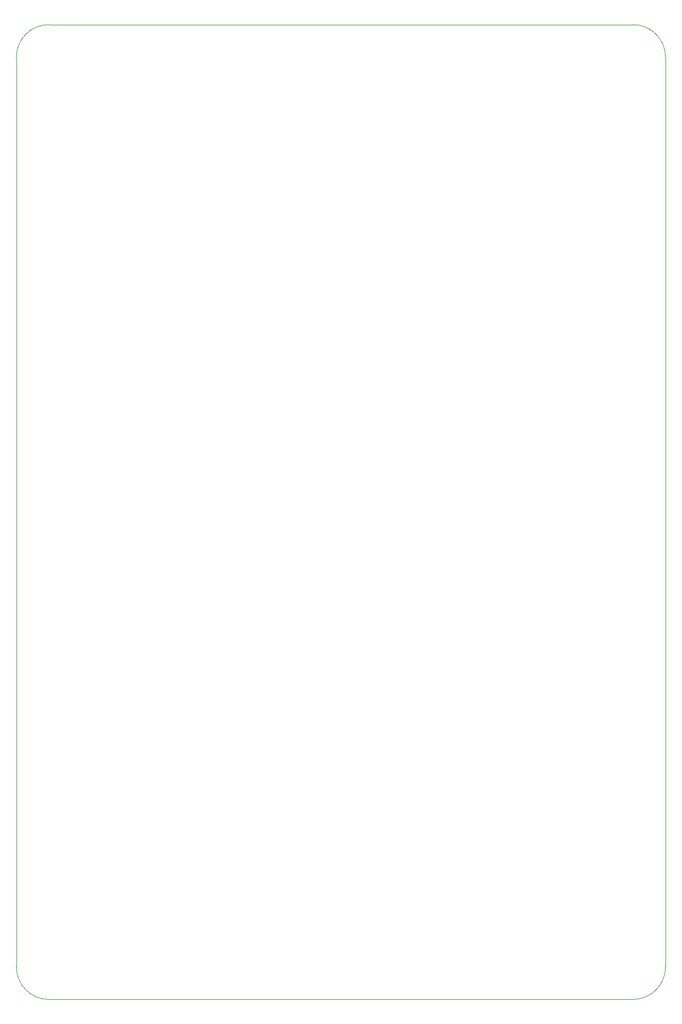
<source format=gm1>
G04 #@! TF.GenerationSoftware,KiCad,Pcbnew,5.1.4-5.1.4*
G04 #@! TF.CreationDate,2019-09-04T11:08:56+01:00*
G04 #@! TF.ProjectId,music2xxx,6d757369-6332-4787-9878-2e6b69636164,rev?*
G04 #@! TF.SameCoordinates,Original*
G04 #@! TF.FileFunction,Profile,NP*
%FSLAX46Y46*%
G04 Gerber Fmt 4.6, Leading zero omitted, Abs format (unit mm)*
G04 Created by KiCad (PCBNEW 5.1.4-5.1.4) date 2019-09-04 11:08:56*
%MOMM*%
%LPD*%
G04 APERTURE LIST*
%ADD10C,0.050000*%
G04 APERTURE END LIST*
D10*
X95000000Y0D02*
G75*
G02X100000000Y-5000000I0J-5000000D01*
G01*
X100000000Y-145000000D02*
G75*
G02X95000000Y-150000000I-5000000J0D01*
G01*
X5000000Y-150000000D02*
G75*
G02X0Y-145000000I0J5000000D01*
G01*
X0Y-5000000D02*
G75*
G02X5000000Y0I5000000J0D01*
G01*
X0Y-145000000D02*
X0Y-5000000D01*
X5000000Y-150000000D02*
X95000000Y-150000000D01*
X100000000Y-5000000D02*
X100000000Y-145000000D01*
X5000000Y0D02*
X95000000Y0D01*
M02*

</source>
